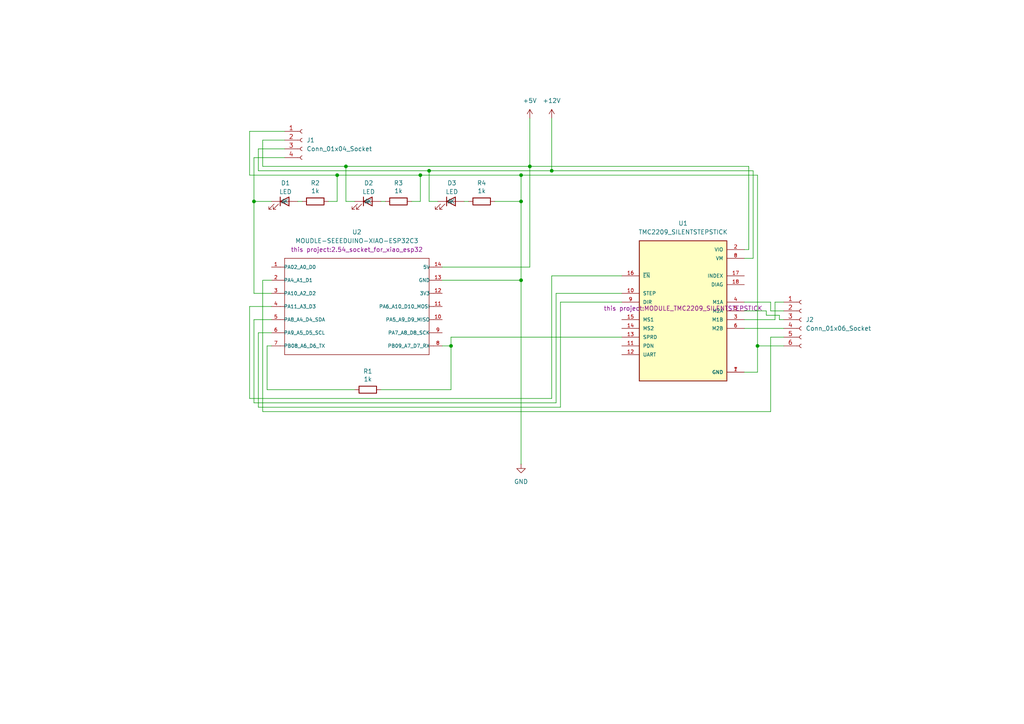
<source format=kicad_sch>
(kicad_sch (version 20250114) (generator "eeschema") (generator_version "9.0")
  (paper "A4")
  (lib_symbols
    (symbol "Connector:Conn_01x04_Socket" (pin_names (offset 1.016) (hide yes))
      (property "Reference" "J" (at 0 5.08 0))
      (property "Value" "Conn_01x04_Socket" (at 0 -7.62 0))
      (symbol "Conn_01x04_Socket_1_1"
        (polyline (pts (xy -1.27 2.54) (xy -0.508 2.54)) (stroke (width 0.1524)))
        (polyline (pts (xy -1.27 0) (xy -0.508 0)) (stroke (width 0.1524)))
        (polyline (pts (xy -1.27 -2.54) (xy -0.508 -2.54)) (stroke (width 0.1524)))
        (polyline (pts (xy -1.27 -5.08) (xy -0.508 -5.08)) (stroke (width 0.1524)))
        (arc (start 0 2.032) (mid -0.5058 2.54) (end 0 3.048) (stroke (width 0.1524)))
        (arc (start 0 -0.508) (mid -0.5058 0) (end 0 0.508) (stroke (width 0.1524)))
        (arc (start 0 -3.048) (mid -0.5058 -2.54) (end 0 -2.032) (stroke (width 0.1524)))
        (arc (start 0 -5.588) (mid -0.5058 -5.08) (end 0 -4.572) (stroke (width 0.1524)))
        (pin passive line (at -5.08 2.54 0) (length 3.81) (name "Pin_1") (number "1"))
        (pin passive line (at -5.08 0 0) (length 3.81) (name "Pin_2") (number "2"))
        (pin passive line (at -5.08 -2.54 0) (length 3.81) (name "Pin_3") (number "3"))
        (pin passive line (at -5.08 -5.08 0) (length 3.81) (name "Pin_4") (number "4"))
      )
    )
    (symbol "Connector:Conn_01x06_Socket" (pin_names (offset 1.016) (hide yes))
      (property "Reference" "J" (at 0 7.62 0))
      (property "Value" "Conn_01x06_Socket" (at 0 -10.16 0))
      (symbol "Conn_01x06_Socket_1_1"
        (polyline (pts (xy -1.27 5.08) (xy -0.508 5.08)) (stroke (width 0.1524)))
        (polyline (pts (xy -1.27 2.54) (xy -0.508 2.54)) (stroke (width 0.1524)))
        (polyline (pts (xy -1.27 0) (xy -0.508 0)) (stroke (width 0.1524)))
        (polyline (pts (xy -1.27 -2.54) (xy -0.508 -2.54)) (stroke (width 0.1524)))
        (polyline (pts (xy -1.27 -5.08) (xy -0.508 -5.08)) (stroke (width 0.1524)))
        (polyline (pts (xy -1.27 -7.62) (xy -0.508 -7.62)) (stroke (width 0.1524)))
        (arc (start 0 4.572) (mid -0.5058 5.08) (end 0 5.588) (stroke (width 0.1524)))
        (arc (start 0 2.032) (mid -0.5058 2.54) (end 0 3.048) (stroke (width 0.1524)))
        (arc (start 0 -0.508) (mid -0.5058 0) (end 0 0.508) (stroke (width 0.1524)))
        (arc (start 0 -3.048) (mid -0.5058 -2.54) (end 0 -2.032) (stroke (width 0.1524)))
        (arc (start 0 -5.588) (mid -0.5058 -5.08) (end 0 -4.572) (stroke (width 0.1524)))
        (arc (start 0 -8.128) (mid -0.5058 -7.62) (end 0 -7.112) (stroke (width 0.1524)))
        (pin passive line (at -5.08 5.08 0) (length 3.81) (name "Pin_1") (number "1"))
        (pin passive line (at -5.08 2.54 0) (length 3.81) (name "Pin_2") (number "2"))
        (pin passive line (at -5.08 0 0) (length 3.81) (name "Pin_3") (number "3"))
        (pin passive line (at -5.08 -2.54 0) (length 3.81) (name "Pin_4") (number "4"))
        (pin passive line (at -5.08 -5.08 0) (length 3.81) (name "Pin_5") (number "5"))
        (pin passive line (at -5.08 -7.62 0) (length 3.81) (name "Pin_6") (number "6"))
      )
    )
    (symbol "Device:LED" (pin_numbers (hide yes)) (pin_names (offset 1.016))
      (property "Reference" "D" (at 0 2.54 0))
      (property "Value" "LED" (at 0 -2.54 0))
      (symbol "LED_0_1"
        (polyline (pts (xy -3.048 -0.762) (xy -4.572 -2.286) (xy -3.81 -2.286) (xy -4.572 -2.286) (xy -4.572 -1.524)))
        (polyline (pts (xy -1.778 -0.762) (xy -3.302 -2.286) (xy -2.54 -2.286) (xy -3.302 -2.286) (xy -3.302 -1.524)))
        (polyline (pts (xy -1.27 0) (xy 1.27 0)))
        (polyline (pts (xy -1.27 -1.27) (xy -1.27 1.27)) (stroke (width 0.254)))
        (polyline (pts (xy 1.27 -1.27) (xy 1.27 1.27) (xy -1.27 0) (xy 1.27 -1.27)) (stroke (width 0.254)))
      )
      (symbol "LED_1_1"
        (pin passive line (at -3.81 0 0) (length 2.54) (name "K") (number "1"))
        (pin passive line (at 3.81 0 180) (length 2.54) (name "A") (number "2"))
      )
    )
    (symbol "Device:R" (pin_numbers (hide yes)) (pin_names (offset 0))
      (property "Reference" "R" (at 2.032 0 90))
      (property "Value" "R" (at 0 0 90))
      (symbol "R_0_1"
        (rectangle (start -1.016 -2.54) (end 1.016 2.54) (stroke (width 0.254)))
      )
      (symbol "R_1_1"
        (pin passive line (at 0 3.81 270) (length 1.27) (name "~") (number "1"))
        (pin passive line (at 0 -3.81 90) (length 1.27) (name "~") (number "2"))
      )
    )
    (symbol "MOUDLE-SEEEDUINO-XIAO-ESP32C3:MOUDLE-SEEEDUINO-XIAO-ESP32C3" (pin_names (offset 1.016))
      (property "Reference" "U" (at -21.59 15.24 0))
      (property "Value" "MOUDLE-SEEEDUINO-XIAO-ESP32C3" (at -21.59 13.97 0))
      (symbol "MOUDLE-SEEEDUINO-XIAO-ESP32C3_0_0"
        (polyline (pts (xy -21.59 13.97) (xy 20.32 13.97)) (stroke (width 0.1524)))
        (polyline (pts (xy -21.59 11.43) (xy -22.86 11.43)) (stroke (width 0.1524)))
        (polyline (pts (xy -21.59 11.43) (xy -21.59 13.97)) (stroke (width 0.1524)))
        (polyline (pts (xy -21.59 7.62) (xy -22.86 7.62)) (stroke (width 0.1524)))
        (polyline (pts (xy -21.59 7.62) (xy -21.59 11.43)) (stroke (width 0.1524)))
        (polyline (pts (xy -21.59 3.81) (xy -22.86 3.81)) (stroke (width 0.1524)))
        (polyline (pts (xy -21.59 3.81) (xy -21.59 7.62)) (stroke (width 0.1524)))
        (polyline (pts (xy -21.59 0) (xy -22.86 0)) (stroke (width 0.1524)))
        (polyline (pts (xy -21.59 0) (xy -21.59 3.81)) (stroke (width 0.1524)))
        (polyline (pts (xy -21.59 -3.81) (xy -22.86 -3.81)) (stroke (width 0.1524)))
        (polyline (pts (xy -21.59 -7.62) (xy -22.86 -7.62)) (stroke (width 0.1524)))
        (polyline (pts (xy -21.59 -11.43) (xy -22.86 -11.43)) (stroke (width 0.1524)))
        (polyline (pts (xy -21.59 -13.97) (xy -21.59 0)) (stroke (width 0.1524)))
        (polyline (pts (xy 20.32 13.97) (xy 20.32 11.43)) (stroke (width 0.1524)))
        (polyline (pts (xy 20.32 11.43) (xy 20.32 7.62)) (stroke (width 0.1524)))
        (polyline (pts (xy 20.32 7.62) (xy 20.32 3.81)) (stroke (width 0.1524)))
        (polyline (pts (xy 20.32 3.81) (xy 20.32 -13.97)) (stroke (width 0.1524)))
        (polyline (pts (xy 20.32 -13.97) (xy -21.59 -13.97)) (stroke (width 0.1524)))
        (polyline (pts (xy 21.59 11.43) (xy 20.32 11.43)) (stroke (width 0.1524)))
        (polyline (pts (xy 21.59 7.62) (xy 20.32 7.62)) (stroke (width 0.1524)))
        (polyline (pts (xy 21.59 3.81) (xy 20.32 3.81)) (stroke (width 0.1524)))
        (polyline (pts (xy 21.59 0) (xy 20.32 0)) (stroke (width 0.1524)))
        (polyline (pts (xy 21.59 -3.81) (xy 20.32 -3.81)) (stroke (width 0.1524)))
        (polyline (pts (xy 21.59 -7.62) (xy 20.32 -7.62)) (stroke (width 0.1524)))
        (polyline (pts (xy 21.59 -11.43) (xy 20.32 -11.43)) (stroke (width 0.1524)))
        (pin bidirectional line (at -25.4 11.43 0) (length 2.54) (name "PA02_A0_D0") (number "1"))
        (pin bidirectional line (at -25.4 7.62 0) (length 2.54) (name "PA4_A1_D1") (number "2"))
        (pin bidirectional line (at -25.4 3.81 0) (length 2.54) (name "PA10_A2_D2") (number "3"))
        (pin bidirectional line (at -25.4 0 0) (length 2.54) (name "PA11_A3_D3") (number "4"))
        (pin bidirectional line (at -25.4 -3.81 0) (length 2.54) (name "PA8_A4_D4_SDA") (number "5"))
        (pin bidirectional line (at -25.4 -7.62 0) (length 2.54) (name "PA9_A5_D5_SCL") (number "6"))
        (pin bidirectional line (at -25.4 -11.43 0) (length 2.54) (name "PB08_A6_D6_TX") (number "7"))
        (pin bidirectional line (at 24.13 11.43 180) (length 2.54) (name "5V") (number "14"))
        (pin bidirectional line (at 24.13 7.62 180) (length 2.54) (name "GND") (number "13"))
        (pin bidirectional line (at 24.13 3.81 180) (length 2.54) (name "3V3") (number "12"))
        (pin bidirectional line (at 24.13 0 180) (length 2.54) (name "PA6_A10_D10_MOSI") (number "11"))
        (pin bidirectional line (at 24.13 -3.81 180) (length 2.54) (name "PA5_A9_D9_MISO") (number "10"))
        (pin bidirectional line (at 24.13 -7.62 180) (length 2.54) (name "PA7_A8_D8_SCK") (number "9"))
        (pin bidirectional line (at 24.13 -11.43 180) (length 2.54) (name "PB09_A7_D7_RX") (number "8"))
      )
    )
    (symbol "TMC2209_SILENTSTEPSTICK:TMC2209_SILENTSTEPSTICK" (pin_names (offset 1.016))
      (property "Reference" "U" (at -12.7 22.86 0))
      (property "Value" "TMC2209_SILENTSTEPSTICK" (at -12.7 -22.86 0))
      (symbol "TMC2209_SILENTSTEPSTICK_0_0"
        (rectangle (start -12.7 -20.32) (end 12.7 20.32) (stroke (width 0.254)) (fill (type background)))
        (pin input line (at -17.78 10.16 0) (length 5.08) (name "~{EN}") (number "16"))
        (pin input line (at -17.78 5.08 0) (length 5.08) (name "STEP") (number "10"))
        (pin input line (at -17.78 2.54 0) (length 5.08) (name "DIR") (number "9"))
        (pin input line (at -17.78 -2.54 0) (length 5.08) (name "MS1") (number "15"))
        (pin input line (at -17.78 -5.08 0) (length 5.08) (name "MS2") (number "14"))
        (pin input line (at -17.78 -7.62 0) (length 5.08) (name "SPRD") (number "13"))
        (pin bidirectional line (at -17.78 -10.16 0) (length 5.08) (name "PDN") (number "11"))
        (pin bidirectional line (at -17.78 -12.7 0) (length 5.08) (name "UART") (number "12"))
        (pin power_in line (at 17.78 17.78 180) (length 5.08) (name "VIO") (number "2"))
        (pin power_in line (at 17.78 15.24 180) (length 5.08) (name "VM") (number "8"))
        (pin output line (at 17.78 10.16 180) (length 5.08) (name "INDEX") (number "17"))
        (pin output line (at 17.78 7.62 180) (length 5.08) (name "DIAG") (number "18"))
        (pin output line (at 17.78 2.54 180) (length 5.08) (name "M1A") (number "4"))
        (pin output line (at 17.78 0 180) (length 5.08) (name "M2A") (number "5"))
        (pin output line (at 17.78 -2.54 180) (length 5.08) (name "M1B") (number "3"))
        (pin output line (at 17.78 -5.08 180) (length 5.08) (name "M2B") (number "6"))
        (pin power_in line (at 17.78 -17.78 180) (length 5.08) (name "GND") (number "1"))
        (pin power_in line (at 17.78 -17.78 180) (length 5.08) (name "GND") (number "7"))
      )
    )
    (symbol "power:+12V" (power) (pin_numbers (hide yes)) (pin_names (offset 0) (hide yes))
      (property "Value" "+12V" (at 0 3.556 0))
      (symbol "+12V_0_1"
        (polyline (pts (xy -0.762 1.27) (xy 0 2.54)))
        (polyline (pts (xy 0 2.54) (xy 0.762 1.27)))
        (polyline (pts (xy 0 0) (xy 0 2.54)))
      )
      (symbol "+12V_1_1"
        (pin power_in line (at 0 0 90) (length 0) (name "~") (number "1"))
      )
    )
    (symbol "power:+5V" (power) (pin_numbers (hide yes)) (pin_names (offset 0) (hide yes))
      (property "Value" "+5V" (at 0 3.556 0))
      (symbol "+5V_0_1"
        (polyline (pts (xy -0.762 1.27) (xy 0 2.54)))
        (polyline (pts (xy 0 2.54) (xy 0.762 1.27)))
        (polyline (pts (xy 0 0) (xy 0 2.54)))
      )
      (symbol "+5V_1_1"
        (pin power_in line (at 0 0 90) (length 0) (name "~") (number "1"))
      )
    )
    (symbol "power:GND" (power) (pin_numbers (hide yes)) (pin_names (offset 0) (hide yes))
      (property "Value" "GND" (at 0 -3.81 0))
      (symbol "GND_0_1"
        (polyline (pts (xy 0 0) (xy 0 -1.27) (xy 1.27 -1.27) (xy 0 -2.54) (xy -1.27 -1.27) (xy 0 -1.27)))
      )
      (symbol "GND_1_1"
        (pin power_in line (at 0 0 270) (length 0) (name "~") (number "1"))
      )
    )
  )
  (junction (at 153.67 48.26))
  (junction (at 151.13 58.42))
  (junction (at 73.66 58.42))
  (junction (at 151.13 50.8))
  (junction (at 124.46 49.53))
  (junction (at 97.79 50.8))
  (junction (at 130.81 100.33))
  (junction (at 160.02 49.53))
  (junction (at 219.71 100.33))
  (junction (at 100.33 48.26))
  (junction (at 121.92 50.8))
  (junction (at 151.13 81.28))
  (wire (pts (xy 217.17 72.39) (xy 215.9 72.39)))
  (wire (pts (xy 130.81 113.03) (xy 130.81 100.33)))
  (wire (pts (xy 218.44 49.53) (xy 218.44 74.93)))
  (wire (pts (xy 135.89 58.42) (xy 134.62 58.42)))
  (wire (pts (xy 161.29 85.09) (xy 161.29 116.84)))
  (wire (pts (xy 76.2 48.26) (xy 100.33 48.26)))
  (wire (pts (xy 160.02 80.01) (xy 160.02 115.57)))
  (wire (pts (xy 151.13 81.28) (xy 151.13 134.62)))
  (wire (pts (xy 73.66 92.71) (xy 78.74 92.71)))
  (wire (pts (xy 215.9 92.71) (xy 224.79 92.71)))
  (wire (pts (xy 72.39 88.9) (xy 78.74 88.9)))
  (wire (pts (xy 160.02 80.01) (xy 180.34 80.01)))
  (wire (pts (xy 153.67 48.26) (xy 217.17 48.26)))
  (wire (pts (xy 76.2 40.64) (xy 76.2 48.26)))
  (wire (pts (xy 74.93 96.52) (xy 74.93 118.11)))
  (wire (pts (xy 111.76 58.42) (xy 110.49 58.42)))
  (wire (pts (xy 72.39 38.1) (xy 72.39 50.8)))
  (wire (pts (xy 72.39 50.8) (xy 97.79 50.8)))
  (wire (pts (xy 121.92 50.8) (xy 151.13 50.8)))
  (wire (pts (xy 73.66 45.72) (xy 82.55 45.72)))
  (wire (pts (xy 73.66 58.42) (xy 78.74 58.42)))
  (wire (pts (xy 82.55 43.18) (xy 74.93 43.18)))
  (wire (pts (xy 226.06 91.44) (xy 222.25 91.44)))
  (wire (pts (xy 73.66 116.84) (xy 73.66 92.71)))
  (wire (pts (xy 218.44 74.93) (xy 215.9 74.93)))
  (wire (pts (xy 160.02 49.53) (xy 218.44 49.53)))
  (wire (pts (xy 128.27 100.33) (xy 130.81 100.33)))
  (wire (pts (xy 124.46 49.53) (xy 160.02 49.53)))
  (wire (pts (xy 223.52 87.63) (xy 215.9 87.63)))
  (wire (pts (xy 73.66 58.42) (xy 73.66 85.09)))
  (wire (pts (xy 227.33 87.63) (xy 224.79 87.63)))
  (wire (pts (xy 219.71 50.8) (xy 219.71 100.33)))
  (wire (pts (xy 124.46 49.53) (xy 124.46 58.42)))
  (wire (pts (xy 180.34 97.79) (xy 130.81 97.79)))
  (wire (pts (xy 77.47 113.03) (xy 102.87 113.03)))
  (wire (pts (xy 74.93 118.11) (xy 162.56 118.11)))
  (wire (pts (xy 219.71 107.95) (xy 215.9 107.95)))
  (wire (pts (xy 222.25 91.44) (xy 222.25 90.17)))
  (wire (pts (xy 223.52 97.79) (xy 223.52 119.38)))
  (wire (pts (xy 224.79 87.63) (xy 224.79 92.71)))
  (wire (pts (xy 160.02 115.57) (xy 72.39 115.57)))
  (wire (pts (xy 78.74 100.33) (xy 77.47 100.33)))
  (wire (pts (xy 161.29 116.84) (xy 73.66 116.84)))
  (wire (pts (xy 95.25 58.42) (xy 97.79 58.42)))
  (wire (pts (xy 100.33 58.42) (xy 102.87 58.42)))
  (wire (pts (xy 76.2 81.28) (xy 78.74 81.28)))
  (wire (pts (xy 74.93 43.18) (xy 74.93 49.53)))
  (wire (pts (xy 219.71 100.33) (xy 227.33 100.33)))
  (wire (pts (xy 227.33 97.79) (xy 223.52 97.79)))
  (wire (pts (xy 153.67 48.26) (xy 153.67 34.29)))
  (wire (pts (xy 143.51 58.42) (xy 151.13 58.42)))
  (wire (pts (xy 100.33 48.26) (xy 153.67 48.26)))
  (wire (pts (xy 162.56 87.63) (xy 180.34 87.63)))
  (wire (pts (xy 128.27 81.28) (xy 151.13 81.28)))
  (wire (pts (xy 215.9 95.25) (xy 227.33 95.25)))
  (wire (pts (xy 73.66 85.09) (xy 78.74 85.09)))
  (wire (pts (xy 121.92 58.42) (xy 121.92 50.8)))
  (wire (pts (xy 223.52 119.38) (xy 76.2 119.38)))
  (wire (pts (xy 124.46 58.42) (xy 127 58.42)))
  (wire (pts (xy 151.13 58.42) (xy 151.13 81.28)))
  (wire (pts (xy 100.33 58.42) (xy 100.33 48.26)))
  (wire (pts (xy 217.17 48.26) (xy 217.17 72.39)))
  (wire (pts (xy 219.71 100.33) (xy 219.71 107.95)))
  (wire (pts (xy 110.49 113.03) (xy 130.81 113.03)))
  (wire (pts (xy 97.79 50.8) (xy 97.79 58.42)))
  (wire (pts (xy 162.56 118.11) (xy 162.56 87.63)))
  (wire (pts (xy 160.02 34.29) (xy 160.02 49.53)))
  (wire (pts (xy 73.66 45.72) (xy 73.66 58.42)))
  (wire (pts (xy 153.67 77.47) (xy 128.27 77.47)))
  (wire (pts (xy 153.67 48.26) (xy 153.67 77.47)))
  (wire (pts (xy 227.33 90.17) (xy 223.52 90.17)))
  (wire (pts (xy 78.74 96.52) (xy 74.93 96.52)))
  (wire (pts (xy 76.2 40.64) (xy 82.55 40.64)))
  (wire (pts (xy 72.39 115.57) (xy 72.39 88.9)))
  (wire (pts (xy 72.39 38.1) (xy 82.55 38.1)))
  (wire (pts (xy 226.06 92.71) (xy 226.06 91.44)))
  (wire (pts (xy 119.38 58.42) (xy 121.92 58.42)))
  (wire (pts (xy 180.34 85.09) (xy 161.29 85.09)))
  (wire (pts (xy 74.93 49.53) (xy 124.46 49.53)))
  (wire (pts (xy 130.81 97.79) (xy 130.81 100.33)))
  (wire (pts (xy 87.63 58.42) (xy 86.36 58.42)))
  (wire (pts (xy 151.13 50.8) (xy 151.13 58.42)))
  (wire (pts (xy 151.13 50.8) (xy 219.71 50.8)))
  (wire (pts (xy 222.25 90.17) (xy 215.9 90.17)))
  (wire (pts (xy 223.52 90.17) (xy 223.52 87.63)))
  (wire (pts (xy 97.79 50.8) (xy 121.92 50.8)))
  (wire (pts (xy 227.33 92.71) (xy 226.06 92.71)))
  (wire (pts (xy 76.2 119.38) (xy 76.2 81.28)))
  (wire (pts (xy 77.47 100.33) (xy 77.47 113.03)))
  (symbol (lib_id "Device:LED") (at 106.68 58.42 0) (unit 1)
    (property "Reference" "D2" (at 106.934 53.086 0))
    (property "Value" "LED" (at 106.934 55.626 0))
    (property "Footprint" "LED_SMD:LED_0805_2012Metric" (effects (hide yes)))
    (property "Description" "Light emitting diode" (effects (hide yes)))
    (property "Sim.Pins" "1=K 2=A" (effects (hide yes)))
  )
  (symbol (lib_id "Device:R") (at 91.44 58.42 90) (unit 1)
    (property "Reference" "R2" (at 91.44 53.086 90))
    (property "Value" "1k" (at 91.44 55.372 90))
    (property "Footprint" "Resistor_SMD:R_0805_2012Metric" (effects (hide yes)))
    (property "Description" "Resistor" (effects (hide yes)))
  )
  (symbol (lib_id "power:+12V") (at 160.02 34.29 0) (unit 1)
    (property "Reference" "#PWR03" (effects (hide yes)))
    (property "Value" "+12V" (at 160.02 29.21 0))
    (property "Description" "Power symbol creates a global label with name \"+12V\"" (effects (hide yes)))
  )
  (symbol (lib_id "power:GND") (at 151.13 134.62 0) (unit 1)
    (property "Reference" "#PWR02" (effects (hide yes)))
    (property "Value" "GND" (at 151.13 139.7 0))
    (property "Description" "Power symbol creates a global label with name \"GND\" , ground" (effects (hide yes)))
  )
  (symbol (lib_id "Device:R") (at 115.57 58.42 90) (unit 1)
    (property "Reference" "R3" (at 115.57 53.086 90))
    (property "Value" "1k" (at 115.57 55.372 90))
    (property "Footprint" "Resistor_SMD:R_0805_2012Metric" (effects (hide yes)))
    (property "Description" "Resistor" (effects (hide yes)))
  )
  (symbol (lib_id "Connector:Conn_01x04_Socket") (at 87.63 40.64 0) (unit 1)
    (property "Reference" "J1" (at 88.9 40.6399 0) (effects (justify left)))
    (property "Value" "Conn_01x04_Socket" (at 88.9 43.1799 0) (effects (justify left)))
    (property "Footprint" "Connector_JST:JST_EH_B4B-EH-A_1x04_P2.50mm_Vertical" (effects (hide yes)))
    (property "Description" "Generic connector, single row, 01x04, script generated" (effects (hide yes)))
  )
  (symbol (lib_id "Device:R") (at 139.7 58.42 90) (unit 1)
    (property "Reference" "R4" (at 139.7 53.086 90))
    (property "Value" "1k" (at 139.7 55.372 90))
    (property "Footprint" "Resistor_SMD:R_0805_2012Metric" (effects (hide yes)))
    (property "Description" "Resistor" (effects (hide yes)))
  )
  (symbol (lib_id "Device:LED") (at 82.55 58.42 0) (unit 1)
    (property "Reference" "D1" (at 82.804 53.086 0))
    (property "Value" "LED" (at 82.804 55.626 0))
    (property "Footprint" "LED_SMD:LED_0805_2012Metric" (effects (hide yes)))
    (property "Description" "Light emitting diode" (effects (hide yes)))
    (property "Sim.Pins" "1=K 2=A" (effects (hide yes)))
  )
  (symbol (lib_id "power:+5V") (at 153.67 34.29 0) (unit 1)
    (property "Reference" "#PWR01" (effects (hide yes)))
    (property "Value" "+5V" (at 153.67 29.21 0))
    (property "Description" "Power symbol creates a global label with name \"+5V\"" (effects (hide yes)))
  )
  (symbol (lib_id "MOUDLE-SEEEDUINO-XIAO-ESP32C3:MOUDLE-SEEEDUINO-XIAO-ESP32C3") (at 104.14 88.9 0) (unit 1)
    (property "Reference" "U2" (at 103.505 67.31 0))
    (property "Value" "MOUDLE-SEEEDUINO-XIAO-ESP32C3" (at 103.505 69.85 0))
    (property "Footprint" "this project:2.54_socket_for_xiao_esp32" (at 103.505 72.39 0))
    (property "Datasheet" "kicad-embed://esp32-c3_datasheet.pdf" (effects (hide yes)))
  )
  (symbol (lib_id "Connector:Conn_01x06_Socket") (at 232.41 92.71 0) (unit 1)
    (property "Reference" "J2" (at 233.68 92.7099 0) (effects (justify left)))
    (property "Value" "Conn_01x06_Socket" (at 233.68 95.2499 0) (effects (justify left)))
    (property "Footprint" "Connector_JST:JST_EH_B6B-EH-A_1x06_P2.50mm_Vertical" (effects (hide yes)))
    (property "Description" "Generic connector, single row, 01x06, script generated" (effects (hide yes)))
  )
  (symbol (lib_id "TMC2209_SILENTSTEPSTICK:TMC2209_SILENTSTEPSTICK") (at 198.12 90.17 0) (unit 1)
    (property "Reference" "U1" (at 198.12 64.77 0))
    (property "Value" "TMC2209_SILENTSTEPSTICK" (at 198.12 67.31 0))
    (property "Footprint" "this project:MODULE_TMC2209_SILENTSTEPSTICK" (at 198.12 90.17 0) (effects (justify bottom)))
    (property "Datasheet" "kicad-embed://TMC2209_datasheet_rev1.09.pdf" (effects (hide yes)))
    (property "MF" "Trinamic Motion Control GmbH" (effects (hide yes)))
    (property "Description_1" "TMC2209 Motor Controller/Driver Power Management Evaluation Board" (effects (hide yes)))
    (property "Package" "None" (effects (hide yes)))
    (property "Price" "None" (effects (hide yes)))
    (property "Check_prices" "https://www.snapeda.com/parts/TMC2209%20SILENTSTEPSTICK/Trinamic/view-part/?ref=eda" (effects (hide yes)))
    (property "STANDARD" "Manufacturer Recommendations" (effects (hide yes)))
    (property "PARTREV" "1.20" (effects (hide yes)))
    (property "SnapEDA_Link" "https://www.snapeda.com/parts/TMC2209%20SILENTSTEPSTICK/Trinamic/view-part/?ref=snap" (effects (hide yes)))
    (property "MP" "TMC2209 SILENTSTEPSTICK" (effects (hide yes)))
    (property "MANUFACTURER" "Trinamic Motion Control GmbH" (effects (hide yes)))
    (property "Availability" "Not in stock" (effects (hide yes)))
    (property "SNAPEDA_PN" "TMC2209 SILENTSTEPSTICK" (effects (hide yes)))
  )
  (symbol (lib_id "Device:R") (at 106.68 113.03 90) (unit 1)
    (property "Reference" "R1" (at 106.68 107.696 90))
    (property "Value" "1k" (at 106.68 109.982 90))
    (property "Footprint" "Resistor_SMD:R_0805_2012Metric" (effects (hide yes)))
    (property "Description" "Resistor" (effects (hide yes)))
  )
  (symbol (lib_id "Device:LED") (at 130.81 58.42 0) (unit 1)
    (property "Reference" "D3" (at 131.064 53.086 0))
    (property "Value" "LED" (at 131.064 55.626 0))
    (property "Footprint" "LED_SMD:LED_0805_2012Metric" (effects (hide yes)))
    (property "Description" "Light emitting diode" (effects (hide yes)))
    (property "Sim.Pins" "1=K 2=A" (effects (hide yes)))
  )
)
</source>
